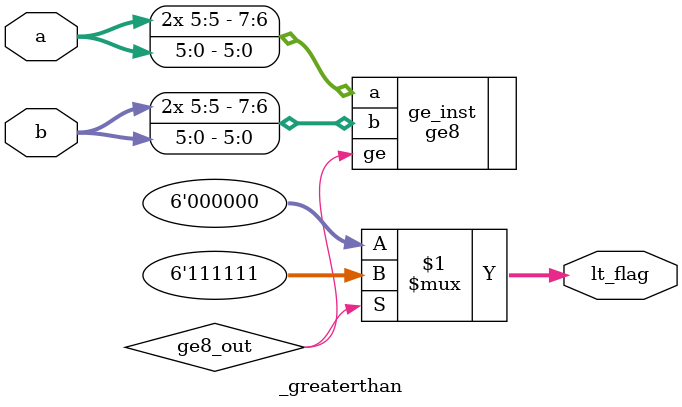
<source format=v>
`timescale 1ns / 1ps


module _greaterthan(input wire [5:0] a, b, output wire [5:0] lt_flag);
    wire ge8_out;
    // Sign-extend 6-bit numbers to 8 bits (using the MSB as sign)
    ge8 ge_inst(.a({{2{a[5]}}, a}), .b({{2{b[5]}}, b}), .ge(ge8_out));
    // A < B is true if A is NOT greater than or equal to B.
    // Output a 6-bit flag: 6'111111 if true, 6'b000000 if false.
    assign lt_flag = (ge8_out) ? 6'b111111 : 6'b000000;
endmodule

</source>
